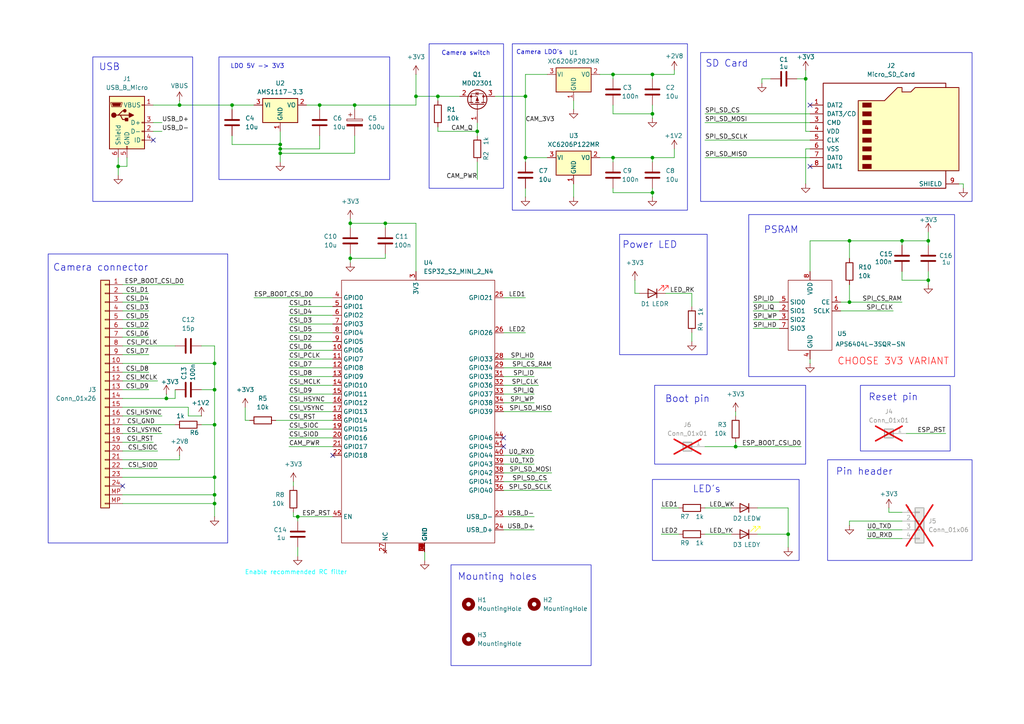
<source format=kicad_sch>
(kicad_sch (version 20231120) (generator "eeschema") (generator_version "8.0")
  (paper "A4")
  (junction (at 62.23 143.51))
  (junction (at 213.36 129.54))
  (junction (at 228.6 154.94))
  (junction (at 269.24 69.85))
  (junction (at 101.6 74.93))
  (junction (at 48.26 115.57))
  (junction (at 62.23 146.05))
  (junction (at 261.62 69.85))
  (junction (at 189.23 33.02))
  (junction (at 120.65 27.94))
  (junction (at 62.23 113.03))
  (junction (at 92.71 30.48))
  (junction (at 152.4 45.72))
  (junction (at 189.23 21.59))
  (junction (at 34.29 48.26))
  (junction (at 111.76 64.77))
  (junction (at 177.8 21.59))
  (junction (at 189.23 55.88))
  (junction (at 86.36 149.86))
  (junction (at 81.28 41.91))
  (junction (at 138.43 38.1))
  (junction (at 269.24 81.28))
  (junction (at 152.4 27.94))
  (junction (at 101.6 64.77))
  (junction (at 127 27.94))
  (junction (at 81.28 43.18))
  (junction (at 62.23 138.43))
  (junction (at 246.38 69.85))
  (junction (at 189.23 45.72))
  (junction (at 81.28 44.45))
  (junction (at 52.07 30.48))
  (junction (at 246.38 87.63))
  (junction (at 62.23 123.19))
  (junction (at 67.31 30.48))
  (junction (at 102.87 30.48))
  (junction (at 233.68 22.86))
  (junction (at 62.23 105.41))
  (junction (at 177.8 45.72))
  (no_connect (at 35.56 140.97))
  (no_connect (at 44.45 40.64))
  (no_connect (at 234.95 30.48))
  (no_connect (at 234.95 48.26))
  (no_connect (at 146.05 129.54))
  (no_connect (at 96.52 132.08))
  (no_connect (at 146.05 127))
  (wire (pts (xy 85.09 139.7) (xy 85.09 140.97)))
  (wire (pts (xy 101.6 64.77) (xy 101.6 66.04)))
  (wire (pts (xy 62.23 100.33) (xy 62.23 105.41)))
  (wire (pts (xy 83.82 91.44) (xy 96.52 91.44)))
  (wire (pts (xy 35.56 135.89) (xy 45.72 135.89)))
  (wire (pts (xy 246.38 87.63) (xy 261.62 87.63)))
  (wire (pts (xy 234.95 104.14) (xy 234.95 105.41)))
  (wire (pts (xy 48.26 115.57) (xy 50.8 115.57)))
  (wire (pts (xy 191.77 147.32) (xy 196.85 147.32)))
  (wire (pts (xy 166.37 29.21) (xy 166.37 31.75)))
  (wire (pts (xy 127 38.1) (xy 138.43 38.1)))
  (wire (pts (xy 146.05 139.7) (xy 158.75 139.7)))
  (wire (pts (xy 101.6 74.93) (xy 101.6 76.2)))
  (wire (pts (xy 146.05 149.86) (xy 154.94 149.86)))
  (wire (pts (xy 35.56 85.09) (xy 43.18 85.09)))
  (wire (pts (xy 233.68 43.18) (xy 233.68 53.34)))
  (wire (pts (xy 200.66 85.09) (xy 200.66 88.9)))
  (wire (pts (xy 83.82 119.38) (xy 96.52 119.38)))
  (wire (pts (xy 220.98 22.86) (xy 220.98 24.13)))
  (wire (pts (xy 173.99 21.59) (xy 177.8 21.59)))
  (wire (pts (xy 152.4 21.59) (xy 152.4 27.94)))
  (wire (pts (xy 58.42 100.33) (xy 62.23 100.33)))
  (wire (pts (xy 146.05 86.36) (xy 152.4 86.36)))
  (wire (pts (xy 62.23 146.05) (xy 62.23 149.86)))
  (wire (pts (xy 189.23 21.59) (xy 189.23 22.86)))
  (wire (pts (xy 261.62 81.28) (xy 269.24 81.28)))
  (wire (pts (xy 81.28 43.18) (xy 81.28 44.45)))
  (wire (pts (xy 36.83 48.26) (xy 34.29 48.26)))
  (wire (pts (xy 102.87 39.37) (xy 102.87 44.45)))
  (wire (pts (xy 204.47 129.54) (xy 213.36 129.54)))
  (wire (pts (xy 195.58 20.32) (xy 195.58 21.59)))
  (wire (pts (xy 83.82 93.98) (xy 96.52 93.98)))
  (wire (pts (xy 146.05 106.68) (xy 160.02 106.68)))
  (wire (pts (xy 234.95 78.74) (xy 234.95 69.85)))
  (wire (pts (xy 120.65 78.74) (xy 120.65 64.77)))
  (wire (pts (xy 261.62 148.59) (xy 257.81 148.59)))
  (wire (pts (xy 233.68 43.18) (xy 234.95 43.18)))
  (wire (pts (xy 72.39 121.92) (xy 71.12 121.92)))
  (wire (pts (xy 83.82 114.3) (xy 96.52 114.3)))
  (wire (pts (xy 35.56 120.65) (xy 46.99 120.65)))
  (wire (pts (xy 92.71 39.37) (xy 92.71 43.18)))
  (wire (pts (xy 189.23 55.88) (xy 177.8 55.88)))
  (wire (pts (xy 35.56 110.49) (xy 45.72 110.49)))
  (wire (pts (xy 177.8 46.99) (xy 177.8 45.72)))
  (wire (pts (xy 35.56 87.63) (xy 43.18 87.63)))
  (wire (pts (xy 200.66 96.52) (xy 200.66 99.06)))
  (wire (pts (xy 62.23 123.19) (xy 62.23 138.43)))
  (wire (pts (xy 213.36 129.54) (xy 232.41 129.54)))
  (wire (pts (xy 146.05 132.08) (xy 154.94 132.08)))
  (wire (pts (xy 146.05 116.84) (xy 154.94 116.84)))
  (wire (pts (xy 269.24 71.12) (xy 269.24 69.85)))
  (wire (pts (xy 262.89 125.73) (xy 274.32 125.73)))
  (wire (pts (xy 102.87 30.48) (xy 120.65 30.48)))
  (wire (pts (xy 80.01 121.92) (xy 96.52 121.92)))
  (wire (pts (xy 62.23 138.43) (xy 62.23 143.51)))
  (wire (pts (xy 152.4 21.59) (xy 158.75 21.59)))
  (wire (pts (xy 83.82 127) (xy 96.52 127)))
  (wire (pts (xy 177.8 33.02) (xy 189.23 33.02)))
  (wire (pts (xy 73.66 86.36) (xy 96.52 86.36)))
  (wire (pts (xy 127 27.94) (xy 133.35 27.94)))
  (wire (pts (xy 35.56 95.25) (xy 43.18 95.25)))
  (wire (pts (xy 219.71 147.32) (xy 228.6 147.32)))
  (wire (pts (xy 35.56 92.71) (xy 43.18 92.71)))
  (wire (pts (xy 35.56 123.19) (xy 50.8 123.19)))
  (wire (pts (xy 234.95 69.85) (xy 246.38 69.85)))
  (wire (pts (xy 58.42 123.19) (xy 62.23 123.19)))
  (wire (pts (xy 35.56 115.57) (xy 48.26 115.57)))
  (wire (pts (xy 34.29 48.26) (xy 34.29 50.8)))
  (wire (pts (xy 189.23 45.72) (xy 189.23 46.99)))
  (wire (pts (xy 146.05 142.24) (xy 160.02 142.24)))
  (wire (pts (xy 279.4 53.34) (xy 279.4 54.61)))
  (wire (pts (xy 111.76 64.77) (xy 120.65 64.77)))
  (wire (pts (xy 146.05 134.62) (xy 154.94 134.62)))
  (wire (pts (xy 191.77 154.94) (xy 196.85 154.94)))
  (wire (pts (xy 146.05 96.52) (xy 152.4 96.52)))
  (wire (pts (xy 36.83 45.72) (xy 36.83 48.26)))
  (wire (pts (xy 127 27.94) (xy 127 29.21)))
  (wire (pts (xy 44.45 30.48) (xy 52.07 30.48)))
  (wire (pts (xy 83.82 109.22) (xy 96.52 109.22)))
  (wire (pts (xy 71.12 121.92) (xy 71.12 118.11)))
  (wire (pts (xy 44.45 38.1) (xy 46.99 38.1)))
  (wire (pts (xy 111.76 74.93) (xy 101.6 74.93)))
  (wire (pts (xy 83.82 96.52) (xy 96.52 96.52)))
  (wire (pts (xy 52.07 133.35) (xy 52.07 132.08)))
  (wire (pts (xy 35.56 97.79) (xy 43.18 97.79)))
  (wire (pts (xy 92.71 30.48) (xy 92.71 31.75)))
  (wire (pts (xy 177.8 54.61) (xy 177.8 55.88)))
  (wire (pts (xy 251.46 156.21) (xy 261.62 156.21)))
  (wire (pts (xy 62.23 143.51) (xy 62.23 146.05)))
  (wire (pts (xy 52.07 29.21) (xy 52.07 30.48)))
  (wire (pts (xy 177.8 21.59) (xy 189.23 21.59)))
  (wire (pts (xy 48.26 114.3) (xy 48.26 115.57)))
  (wire (pts (xy 231.14 22.86) (xy 233.68 22.86)))
  (wire (pts (xy 177.8 22.86) (xy 177.8 21.59)))
  (wire (pts (xy 269.24 81.28) (xy 269.24 82.55)))
  (wire (pts (xy 146.05 109.22) (xy 154.94 109.22)))
  (wire (pts (xy 204.47 40.64) (xy 234.95 40.64)))
  (wire (pts (xy 246.38 69.85) (xy 261.62 69.85)))
  (wire (pts (xy 35.56 105.41) (xy 62.23 105.41)))
  (wire (pts (xy 246.38 82.55) (xy 246.38 87.63)))
  (wire (pts (xy 146.05 153.67) (xy 154.94 153.67)))
  (wire (pts (xy 189.23 54.61) (xy 189.23 55.88)))
  (wire (pts (xy 111.76 73.66) (xy 111.76 74.93)))
  (wire (pts (xy 83.82 111.76) (xy 96.52 111.76)))
  (wire (pts (xy 204.47 147.32) (xy 212.09 147.32)))
  (wire (pts (xy 83.82 124.46) (xy 96.52 124.46)))
  (wire (pts (xy 184.15 81.28) (xy 184.15 85.09)))
  (wire (pts (xy 50.8 115.57) (xy 50.8 113.03)))
  (wire (pts (xy 189.23 21.59) (xy 195.58 21.59)))
  (wire (pts (xy 146.05 114.3) (xy 154.94 114.3)))
  (wire (pts (xy 67.31 39.37) (xy 67.31 41.91)))
  (wire (pts (xy 58.42 113.03) (xy 62.23 113.03)))
  (wire (pts (xy 35.56 107.95) (xy 43.18 107.95)))
  (wire (pts (xy 204.47 35.56) (xy 234.95 35.56)))
  (wire (pts (xy 204.47 45.72) (xy 234.95 45.72)))
  (wire (pts (xy 35.56 138.43) (xy 62.23 138.43)))
  (wire (pts (xy 81.28 38.1) (xy 81.28 41.91)))
  (wire (pts (xy 177.8 30.48) (xy 177.8 33.02)))
  (wire (pts (xy 261.62 151.13) (xy 246.38 151.13)))
  (wire (pts (xy 92.71 43.18) (xy 81.28 43.18)))
  (wire (pts (xy 173.99 45.72) (xy 177.8 45.72)))
  (wire (pts (xy 189.23 45.72) (xy 195.58 45.72)))
  (wire (pts (xy 101.6 73.66) (xy 101.6 74.93)))
  (wire (pts (xy 35.56 90.17) (xy 43.18 90.17)))
  (wire (pts (xy 85.09 148.59) (xy 85.09 149.86)))
  (wire (pts (xy 120.65 27.94) (xy 120.65 30.48)))
  (wire (pts (xy 92.71 30.48) (xy 102.87 30.48)))
  (wire (pts (xy 86.36 149.86) (xy 86.36 151.13)))
  (wire (pts (xy 218.44 87.63) (xy 226.06 87.63)))
  (wire (pts (xy 218.44 90.17) (xy 226.06 90.17)))
  (wire (pts (xy 213.36 128.27) (xy 213.36 129.54)))
  (wire (pts (xy 81.28 41.91) (xy 81.28 43.18)))
  (wire (pts (xy 120.65 27.94) (xy 127 27.94)))
  (wire (pts (xy 177.8 45.72) (xy 189.23 45.72)))
  (wire (pts (xy 146.05 137.16) (xy 160.02 137.16)))
  (wire (pts (xy 233.68 22.86) (xy 233.68 38.1)))
  (wire (pts (xy 152.4 54.61) (xy 152.4 57.15)))
  (wire (pts (xy 138.43 35.56) (xy 138.43 38.1)))
  (wire (pts (xy 111.76 64.77) (xy 101.6 64.77)))
  (wire (pts (xy 44.45 35.56) (xy 46.99 35.56)))
  (wire (pts (xy 220.98 22.86) (xy 223.52 22.86)))
  (wire (pts (xy 278.13 53.34) (xy 279.4 53.34)))
  (wire (pts (xy 233.68 20.32) (xy 233.68 22.86)))
  (wire (pts (xy 204.47 33.02) (xy 234.95 33.02)))
  (wire (pts (xy 127 36.83) (xy 127 38.1)))
  (wire (pts (xy 35.56 146.05) (xy 62.23 146.05)))
  (wire (pts (xy 102.87 30.48) (xy 102.87 31.75)))
  (wire (pts (xy 85.09 149.86) (xy 86.36 149.86)))
  (wire (pts (xy 184.15 85.09) (xy 185.42 85.09)))
  (wire (pts (xy 243.84 87.63) (xy 246.38 87.63)))
  (wire (pts (xy 52.07 30.48) (xy 67.31 30.48)))
  (wire (pts (xy 101.6 63.5) (xy 101.6 64.77)))
  (wire (pts (xy 35.56 82.55) (xy 53.34 82.55)))
  (wire (pts (xy 86.36 158.75) (xy 86.36 161.29)))
  (wire (pts (xy 83.82 106.68) (xy 96.52 106.68)))
  (wire (pts (xy 35.56 143.51) (xy 62.23 143.51)))
  (wire (pts (xy 243.84 90.17) (xy 259.08 90.17)))
  (wire (pts (xy 257.81 148.59) (xy 257.81 147.32)))
  (wire (pts (xy 83.82 104.14) (xy 96.52 104.14)))
  (wire (pts (xy 189.23 33.02) (xy 189.23 34.29)))
  (wire (pts (xy 88.9 30.48) (xy 92.71 30.48)))
  (wire (pts (xy 166.37 53.34) (xy 166.37 57.15)))
  (wire (pts (xy 158.75 45.72) (xy 152.4 45.72)))
  (wire (pts (xy 67.31 30.48) (xy 67.31 31.75)))
  (wire (pts (xy 152.4 45.72) (xy 152.4 27.94)))
  (wire (pts (xy 193.04 85.09) (xy 200.66 85.09)))
  (wire (pts (xy 83.82 99.06) (xy 96.52 99.06)))
  (wire (pts (xy 152.4 46.99) (xy 152.4 45.72)))
  (wire (pts (xy 269.24 78.74) (xy 269.24 81.28)))
  (wire (pts (xy 138.43 46.99) (xy 138.43 52.07)))
  (wire (pts (xy 195.58 43.18) (xy 195.58 45.72)))
  (wire (pts (xy 146.05 104.14) (xy 154.94 104.14)))
  (wire (pts (xy 81.28 44.45) (xy 81.28 46.99)))
  (wire (pts (xy 219.71 154.94) (xy 228.6 154.94)))
  (wire (pts (xy 34.29 45.72) (xy 34.29 48.26)))
  (wire (pts (xy 35.56 113.03) (xy 43.18 113.03)))
  (wire (pts (xy 218.44 95.25) (xy 226.06 95.25)))
  (wire (pts (xy 35.56 133.35) (xy 52.07 133.35)))
  (wire (pts (xy 269.24 67.31) (xy 269.24 69.85)))
  (wire (pts (xy 83.82 116.84) (xy 96.52 116.84)))
  (wire (pts (xy 246.38 69.85) (xy 246.38 74.93)))
  (wire (pts (xy 54.61 118.11) (xy 54.61 120.65)))
  (wire (pts (xy 67.31 41.91) (xy 81.28 41.91)))
  (wire (pts (xy 251.46 153.67) (xy 261.62 153.67)))
  (wire (pts (xy 35.56 130.81) (xy 45.72 130.81)))
  (wire (pts (xy 228.6 154.94) (xy 228.6 158.75)))
  (wire (pts (xy 218.44 92.71) (xy 226.06 92.71)))
  (wire (pts (xy 246.38 151.13) (xy 246.38 152.4)))
  (wire (pts (xy 35.56 125.73) (xy 46.99 125.73)))
  (wire (pts (xy 35.56 128.27) (xy 44.45 128.27)))
  (wire (pts (xy 120.65 21.59) (xy 120.65 27.94)))
  (wire (pts (xy 83.82 101.6) (xy 96.52 101.6)))
  (wire (pts (xy 189.23 30.48) (xy 189.23 33.02)))
  (wire (pts (xy 35.56 118.11) (xy 54.61 118.11)))
  (wire (pts (xy 146.05 111.76) (xy 156.21 111.76)))
  (wire (pts (xy 233.68 38.1) (xy 234.95 38.1)))
  (wire (pts (xy 189.23 55.88) (xy 189.23 57.15)))
  (wire (pts (xy 213.36 119.38) (xy 213.36 120.65)))
  (wire (pts (xy 269.24 69.85) (xy 261.62 69.85)))
  (wire (pts (xy 261.62 78.74) (xy 261.62 81.28)))
  (wire (pts (xy 86.36 149.86) (xy 96.52 149.86)))
  (wire (pts (xy 123.19 160.02) (xy 123.19 162.56)))
  (wire (pts (xy 83.82 88.9) (xy 96.52 88.9)))
  (wire (pts (xy 35.56 102.87) (xy 43.18 102.87)))
  (wire (pts (xy 143.51 27.94) (xy 152.4 27.94)))
  (wire (pts (xy 54.61 120.65) (xy 58.42 120.65)))
  (wire (pts (xy 102.87 44.45) (xy 81.28 44.45)))
  (wire (pts (xy 146.05 119.38) (xy 160.02 119.38)))
  (wire (pts (xy 83.82 129.54) (xy 96.52 129.54)))
  (wire (pts (xy 35.56 100.33) (xy 50.8 100.33)))
  (wire (pts (xy 228.6 147.32) (xy 228.6 154.94)))
  (wire (pts (xy 111.76 66.04) (xy 111.76 64.77)))
  (wire (pts (xy 261.62 71.12) (xy 261.62 69.85)))
  (wire (pts (xy 62.23 105.41) (xy 62.23 113.03)))
  (wire (pts (xy 138.43 38.1) (xy 138.43 39.37)))
  (wire (pts (xy 204.47 154.94) (xy 212.09 154.94)))
  (wire (pts (xy 62.23 113.03) (xy 62.23 123.19)))
  (wire (pts (xy 67.31 30.48) (xy 73.66 30.48)))
  (rectangle (start 249.555 111.76) (end 275.59 130.81))
  (rectangle (start 13.97 73.66) (end 66.04 157.48))
  (rectangle (start 189.865 111.76) (end 233.68 134.62))
  (rectangle (start 203.2 15.24) (end 281.94 58.42))
  (rectangle (start 217.17 62.23) (end 276.86 109.22))
  (rectangle (start 240.03 133.35) (end 281.94 162.56))
  (rectangle (start 179.705 67.945) (end 205.105 102.87))
  (rectangle (start 130.81 163.83) (end 171.45 193.04))
  (rectangle (start 26.924 16.51) (end 55.88 58.42))
  (rectangle (start 148.59 12.7) (end 199.39 60.96))
  (rectangle (start 124.46 12.7) (end 146.05 54.61))
  (rectangle (start 189.23 139.065) (end 231.775 162.56))
  (rectangle (start 63.5 16.51) (end 113.03 52.07))
  (text "SD Card" (at 210.82 18.542 0) (effects (font (size 2 2))))
  (text "USB" (at 31.75 19.558 0) (effects (font (size 2 2))))
  (text "CHOOSE 3V3 VARIANT" (at 259.08 104.902 0) (effects (font (size 2 2))))
  (text "Reset pin" (at 259.08 115.316 0) (effects (font (size 2 2))))
  (text "Enable recommended RC filter" (at 85.852 166.116 0) (effects (font (size 1.27 1.27))))
  (text "PSRAM" (at 226.568 66.802 0) (effects (font (size 2 2))))
  (text "Camera switch" (at 135.128 15.494 0) (effects (font (size 1.27 1.27))))
  (text "Mounting holes" (at 144.272 167.386 0) (effects (font (size 2 2))))
  (text "Boot pin" (at 199.39 115.824 0) (effects (font (size 2 2))))
  (text "LED's" (at 204.978 141.986 0) (effects (font (size 2 2))))
  (text "Pin header" (at 250.698 136.906 0) (effects (font (size 2 2))))
  (text "LDO 5V -> 3V3" (at 74.676 19.304 0) (effects (font (size 1.27 1.27))))
  (text "Camera connector" (at 29.21 77.724 0) (effects (font (size 2 2))))
  (text "Power LED" (at 188.468 71.12 0) (effects (font (size 2 2))))
  (text "Camera LDO's" (at 156.464 15.24 0) (effects (font (size 1.27 1.27))))
  (label "CSI_SIOD" (at 83.82 127 0))
  (label "CSI_SIOC" (at 45.72 130.81 180))
  (label "SPI_CLK" (at 259.08 90.17 180))
  (label "ESP_BOOT_CSI_D0" (at 232.41 129.54 180))
  (label "CSI_D4" (at 43.18 87.63 180))
  (label "SPI_WP" (at 154.94 116.84 180))
  (label "ESP_BOOT_CSI_D0" (at 73.66 86.36 0))
  (label "CAM_PWR" (at 138.43 52.07 180))
  (label "CAM_3V3" (at 152.4 35.56 0))
  (label "CSI_D6" (at 43.18 97.79 180))
  (label "CAM_PWR" (at 83.82 129.54 0))
  (label "USB_D+" (at 154.94 153.67 180))
  (label "CSI_D8" (at 43.18 107.95 180))
  (label "ESP_BOOT_CSI_D0" (at 53.34 82.55 180))
  (label "LED_YK" (at 205.74 154.94 0))
  (label "CSI_PCLK" (at 83.82 104.14 0))
  (label "CSI_D2" (at 43.18 95.25 180))
  (label "CSI_RST" (at 83.82 121.92 0))
  (label "CSI_GND" (at 36.83 123.19 0))
  (label "SPI_SD_MOSI" (at 160.02 137.16 180))
  (label "CSI_MCLK" (at 83.82 111.76 0))
  (label "USB_D-" (at 46.99 38.1 0))
  (label "CSI_D8" (at 83.82 109.22 0))
  (label "SPI_IQ" (at 218.44 90.17 0))
  (label "CSI_D9" (at 83.82 114.3 0))
  (label "SPI_SD_MISO" (at 204.47 45.72 0))
  (label "SPI_WP" (at 218.44 92.71 0))
  (label "CSI_HSYNC" (at 83.82 116.84 0))
  (label "LED1" (at 152.4 86.36 180))
  (label "U0_TXD" (at 251.46 153.67 0))
  (label "CSI_D3" (at 43.18 90.17 180))
  (label "CSI_SIOD" (at 45.72 135.89 180))
  (label "CSI_D7" (at 83.82 106.68 0))
  (label "SPI_SD_SCLK" (at 160.02 142.24 180))
  (label "CSI_HSYNC" (at 46.99 120.65 180))
  (label "SPI_SD_MOSI" (at 204.47 35.56 0))
  (label "CSI_VSYNC" (at 46.99 125.73 180))
  (label "LED_RK" (at 194.31 85.09 0))
  (label "LED2" (at 152.4 96.52 180))
  (label "CSI_D5" (at 43.18 92.71 180))
  (label "SPI_IQ" (at 154.94 114.3 180))
  (label "USB_D-" (at 154.94 149.86 180))
  (label "SPI_CS_RAM" (at 261.62 87.63 180))
  (label "LED_WK" (at 205.74 147.32 0))
  (label "ESP_RST" (at 87.63 149.86 0))
  (label "SPI_SD_CS" (at 158.75 139.7 180))
  (label "ESP_RST" (at 274.32 125.73 180))
  (label "SPI_CS_RAM" (at 160.02 106.68 180))
  (label "CSI_RST" (at 44.45 128.27 180))
  (label "CAM_Q" (at 137.16 38.1 180))
  (label "CSI_SIOC" (at 83.82 124.46 0))
  (label "CSI_D2" (at 83.82 99.06 0))
  (label "CSI_MCLK" (at 45.72 110.49 180))
  (label "CSI_D6" (at 83.82 101.6 0))
  (label "LED2" (at 191.77 154.94 0))
  (label "CSI_D3" (at 83.82 93.98 0))
  (label "SPI_ID" (at 218.44 87.63 0))
  (label "CSI_PCLK" (at 45.72 100.33 180))
  (label "SPI_SD_MISO" (at 160.02 119.38 180))
  (label "SPI_CLK" (at 156.21 111.76 180))
  (label "CSI_D5" (at 83.82 96.52 0))
  (label "SPI_ID" (at 154.94 109.22 180))
  (label "CSI_D1" (at 83.82 88.9 0))
  (label "SPI_SD_SCLK" (at 204.47 40.64 0))
  (label "CSI_D9" (at 43.18 113.03 180))
  (label "CSI_D4" (at 83.82 91.44 0))
  (label "SPI_SD_CS" (at 204.47 33.02 0))
  (label "U0_RXD" (at 154.94 132.08 180))
  (label "U0_RXD" (at 251.46 156.21 0))
  (label "SPI_HD" (at 154.94 104.14 180))
  (label "CSI_D7" (at 43.18 102.87 180))
  (label "CSI_D1" (at 43.18 85.09 180))
  (label "USB_D+" (at 46.99 35.56 0))
  (label "SPI_HD" (at 218.44 95.25 0))
  (label "CSI_VSYNC" (at 83.82 119.38 0))
  (label "U0_TXD" (at 154.94 134.62 180))
  (label "LED1" (at 191.77 147.32 0))
  (symbol (lib_id "power:+3V3") (at 101.6 63.5 0) (unit 1)
    (property "Reference" "#PWR016" (effects (hide yes)))
    (property "Value" "+3V3" (at 101.6 58.42 0))
    (property "Description" "Power symbol creates a global label with name \"+3V3\"" (effects (hide yes)))
  )
  (symbol (lib_id "Mechanical:MountingHole") (at 154.94 175.26 0) (unit 1) (exclude_from_sim yes) (in_bom no)
    (property "Reference" "H2" (at 157.48 173.9899 0) (effects (justify left)))
    (property "Value" "MountingHole" (at 157.48 176.5299 0) (effects (justify left)))
    (property "Footprint" "MountingHole:MountingHole_2.2mm_M2_ISO7380" (effects (hide yes)))
    (property "Datasheet" "X" (effects (hide yes)))
    (property "Description" "Mounting Hole without connection" (effects (hide yes)))
    (property "LCSC Part #" "X" (effects (hide yes)))
  )
  (symbol (lib_id "power:GND") (at 233.68 53.34 0) (unit 1)
    (property "Reference" "#PWR011" (effects (hide yes)))
    (property "Value" "GND" (effects (hide yes)))
    (property "Description" "Power symbol creates a global label with name \"GND\" , ground" (effects (hide yes)))
  )
  (symbol (lib_id "Device:C") (at 54.61 113.03 270) (unit 1)
    (property "Reference" "C13" (at 53.34 110.236 0) (effects (justify right)))
    (property "Value" "100n" (at 55.88 110.49 0) (effects (justify right)))
    (property "Footprint" "Capacitor_SMD:C_0402_1005Metric" (effects (hide yes)))
    (property "Datasheet" "https://wmsc.lcsc.com/wmsc/upload/file/pdf/v2/lcsc/2304140030_Samsung-Electro-Mechanics-CL05B104KB54PNC_C307331.pdf" (effects (hide yes)))
    (property "LCSC Part #" "C307331" (effects (hide yes)))
  )
  (symbol (lib_id "Connector_Generic:Conn_01x26") (at 30.48 113.03 0) (mirror y) (unit 1)
    (property "Reference" "J3" (at 27.94 113.0299 0) (effects (justify left)))
    (property "Value" "Conn_01x26" (at 27.94 115.5699 0) (effects (justify left)))
    (property "Footprint" "ESPCameleon:AFC01_S24FCA_00" (effects (hide yes)))
    (property "Datasheet" "https://www.lcsc.com/datasheet/lcsc_datasheet_2304140030_JUSHUO-AFC01-S24FCA-00_C262669.pdf" (effects (hide yes)))
    (property "Description" "Generic connector, single row, 01x26, script generated (kicad-library-utils/schlib/autogen/connector/)" (effects (hide yes)))
    (property "LCSC Part #" "C262669" (effects (hide yes)))
  )
  (symbol (lib_id "Device:R") (at 200.66 154.94 270) (unit 1)
    (property "Reference" "R9" (at 198.628 157.48 90))
    (property "Value" "1k" (at 202.946 157.48 90))
    (property "Footprint" "Resistor_SMD:R_0402_1005Metric" (effects (hide yes)))
    (property "Datasheet" "https://wmsc.lcsc.com/wmsc/upload/file/pdf/v2/lcsc/2206010216_UNI-ROYAL-Uniroyal-Elec-0402WGF1001TCE_C11702.pdf" (effects (hide yes)))
    (property "Description" "Resistor" (effects (hide yes)))
    (property "LCSC Part #" "C11702" (effects (hide yes)))
  )
  (symbol (lib_id "Transistor_FET:BSS83P") (at 138.43 30.48 270) (mirror x) (unit 1)
    (property "Reference" "Q1" (at 138.43 21.59 90))
    (property "Value" "MDD2301" (at 138.43 24.13 90))
    (property "Footprint" "Package_TO_SOT_SMD:SOT-23" (effects (hide yes)))
    (property "Datasheet" "https://www.lcsc.com/datasheet/lcsc_datasheet_2407101108_MDD-Microdiode-Semiconductor-MDD2301_C427391.pdf" (effects (hide yes)))
    (property "Description" "-0.33A Id, -60V Vds, P-Channel MOSFET, SOT-23" (effects (hide yes)))
    (property "LCSC Part #" "C427391" (effects (hide yes)))
  )
  (symbol (lib_id "power:GND") (at 234.95 105.41 0) (unit 1)
    (property "Reference" "#PWR021" (effects (hide yes)))
    (property "Value" "GND" (effects (hide yes)))
    (property "Description" "Power symbol creates a global label with name \"GND\" , ground" (effects (hide yes)))
  )
  (symbol (lib_id "power:GND") (at 220.98 24.13 0) (unit 1)
    (property "Reference" "#PWR04" (effects (hide yes)))
    (property "Value" "GND" (effects (hide yes)))
    (property "Description" "Power symbol creates a global label with name \"GND\" , ground" (effects (hide yes)))
  )
  (symbol (lib_id "Device:C") (at 227.33 22.86 90) (unit 1)
    (property "Reference" "C1" (at 227.33 17.272 90))
    (property "Value" "1u" (at 227.33 19.304 90))
    (property "Footprint" "Capacitor_SMD:C_0603_1608Metric" (effects (hide yes)))
    (property "Datasheet" "https://wmsc.lcsc.com/wmsc/upload/file/pdf/v2/lcsc/2304140030_Samsung-Electro-Mechanics-CL10A105KB8NNNC_C15849.pdf" (effects (hide yes)))
    (property "LCSC Part #" "C15849" (effects (hide yes)))
  )
  (symbol (lib_id "Connector_Generic:Conn_01x04") (at 266.7 151.13 0) (unit 1) (in_bom no) (dnp yes)
    (property "Reference" "J5" (at 269.24 151.1299 0) (effects (justify left)))
    (property "Value" "Conn_01x06" (at 269.24 153.6699 0) (effects (justify left)))
    (property "Footprint" "Connector_PinHeader_2.54mm:PinHeader_1x04_P2.54mm_Vertical" (effects (hide yes)))
    (property "Description" "Generic connector, single row, 01x04, script generated (kicad-library-utils/schlib/autogen/connector/)" (effects (hide yes)))
    (property "LCSC Part #" "C6332199" (effects (hide yes)))
  )
  (symbol (lib_id "Mechanical:MountingHole") (at 135.89 185.42 0) (unit 1) (exclude_from_sim yes) (in_bom no)
    (property "Reference" "H3" (at 138.43 184.1499 0) (effects (justify left)))
    (property "Value" "MountingHole" (at 138.43 186.6899 0) (effects (justify left)))
    (property "Footprint" "MountingHole:MountingHole_2.2mm_M2_ISO7380" (effects (hide yes)))
    (property "Datasheet" "X" (effects (hide yes)))
    (property "Description" "Mounting Hole without connection" (effects (hide yes)))
    (property "LCSC Part #" "X" (effects (hide yes)))
  )
  (symbol (lib_id "Device:C") (at 189.23 50.8 0) (unit 1)
    (property "Reference" "C8" (at 193.04 49.53 0) (effects (justify left)))
    (property "Value" "10u" (at 193.04 52.07 0) (effects (justify left)))
    (property "Footprint" "Capacitor_SMD:C_0402_1005Metric" (effects (hide yes)))
    (property "Datasheet" "https://www.lcsc.com/datasheet/lcsc_datasheet_2208231630_Samsung-Electro-Mechanics-CL05A106MQ5NUNC_C15525.pdf" (effects (hide yes)))
    (property "LCSC Part #" "C15525" (effects (hide yes)))
  )
  (symbol (lib_id "Device:C") (at 86.36 154.94 0) (mirror y) (unit 1)
    (property "Reference" "C14" (at 81.28 153.67 0))
    (property "Value" "1u" (at 81.534 155.956 0))
    (property "Footprint" "Capacitor_SMD:C_0603_1608Metric" (effects (hide yes)))
    (property "Datasheet" "https://wmsc.lcsc.com/wmsc/upload/file/pdf/v2/lcsc/2304140030_Samsung-Electro-Mechanics-CL10A105KB8NNNC_C15849.pdf" (effects (hide yes)))
    (property "LCSC Part #" "C15849" (effects (hide yes)))
  )
  (symbol (lib_id "power:+2V8") (at 52.07 132.08 0) (unit 1)
    (property "Reference" "#PWR027" (effects (hide yes)))
    (property "Value" "+2V8" (at 52.07 128.016 0))
    (property "Description" "Power symbol creates a global label with name \"+2V8\"" (effects (hide yes)))
  )
  (symbol (lib_id "power:GND") (at 86.36 161.29 0) (unit 1)
    (property "Reference" "#PWR033" (effects (hide yes)))
    (property "Value" "GND" (effects (hide yes)))
    (property "Description" "Power symbol creates a global label with name \"GND\" , ground" (effects (hide yes)))
  )
  (symbol (lib_id "power:+3V3") (at 120.65 21.59 0) (unit 1)
    (property "Reference" "#PWR03" (effects (hide yes)))
    (property "Value" "+3V3" (at 120.65 16.51 0))
    (property "Description" "Power symbol creates a global label with name \"+3V3\"" (effects (hide yes)))
  )
  (symbol (lib_id "Device:R") (at 76.2 121.92 270) (unit 1)
    (property "Reference" "R5" (at 76.2 115.57 90))
    (property "Value" "10k" (at 76.2 118.11 90))
    (property "Footprint" "Resistor_SMD:R_0402_1005Metric" (effects (hide yes)))
    (property "Datasheet" "https://www.lcsc.com/datasheet/lcsc_datasheet_2206010100_UNI-ROYAL-Uniroyal-Elec-0402WGF1002TCE_C25744.pdf" (effects (hide yes)))
    (property "Description" "Resistor" (effects (hide yes)))
    (property "LCSC Part #" "C25744" (effects (hide yes)))
  )
  (symbol (lib_id "power:GND") (at 152.4 57.15 0) (unit 1)
    (property "Reference" "#PWR013" (effects (hide yes)))
    (property "Value" "GND" (effects (hide yes)))
    (property "Description" "Power symbol creates a global label with name \"GND\" , ground" (effects (hide yes)))
  )
  (symbol (lib_id "power:GND") (at 246.38 152.4 0) (unit 1)
    (property "Reference" "#PWR030" (effects (hide yes)))
    (property "Value" "GND" (effects (hide yes)))
    (property "Description" "Power symbol creates a global label with name \"GND\" , ground" (effects (hide yes)))
  )
  (symbol (lib_id "Device:C") (at 261.62 74.93 180) (unit 1)
    (property "Reference" "C15" (at 255.016 73.66 0) (effects (justify right)))
    (property "Value" "100n" (at 253.746 75.946 0) (effects (justify right)))
    (property "Footprint" "Capacitor_SMD:C_0402_1005Metric" (effects (hide yes)))
    (property "Datasheet" "https://wmsc.lcsc.com/wmsc/upload/file/pdf/v2/lcsc/2304140030_Samsung-Electro-Mechanics-CL05B104KB54PNC_C307331.pdf" (effects (hide yes)))
    (property "LCSC Part #" "C307331" (effects (hide yes)))
  )
  (symbol (lib_id "power:GND") (at 189.23 57.15 0) (unit 1)
    (property "Reference" "#PWR015" (effects (hide yes)))
    (property "Value" "GND" (effects (hide yes)))
    (property "Description" "Power symbol creates a global label with name \"GND\" , ground" (effects (hide yes)))
  )
  (symbol (lib_id "Device:C") (at 177.8 26.67 180) (unit 1)
    (property "Reference" "C3" (at 180.594 25.4 0) (effects (justify right)))
    (property "Value" "100n" (at 180.34 27.94 0) (effects (justify right)))
    (property "Footprint" "Capacitor_SMD:C_0402_1005Metric" (effects (hide yes)))
    (property "Datasheet" "https://wmsc.lcsc.com/wmsc/upload/file/pdf/v2/lcsc/2304140030_Samsung-Electro-Mechanics-CL05B104KB54PNC_C307331.pdf" (effects (hide yes)))
    (property "LCSC Part #" "C307331" (effects (hide yes)))
  )
  (symbol (lib_id "Device:R") (at 54.61 123.19 90) (unit 1)
    (property "Reference" "R6" (at 56.388 125.476 90))
    (property "Value" "1k" (at 52.324 120.65 90))
    (property "Footprint" "Resistor_SMD:R_0402_1005Metric" (effects (hide yes)))
    (property "Datasheet" "https://wmsc.lcsc.com/wmsc/upload/file/pdf/v2/lcsc/2206010216_UNI-ROYAL-Uniroyal-Elec-0402WGF1001TCE_C11702.pdf" (effects (hide yes)))
    (property "Description" "Resistor" (effects (hide yes)))
    (property "LCSC Part #" "C11702" (effects (hide yes)))
  )
  (symbol (lib_id "power:+3V3") (at 213.36 119.38 0) (unit 1)
    (property "Reference" "#PWR019" (effects (hide yes)))
    (property "Value" "+3V3" (at 213.36 114.3 0))
    (property "Description" "Power symbol creates a global label with name \"+3V3\"" (effects (hide yes)))
  )
  (symbol (lib_id "Device:LED") (at 215.9 154.94 180) (unit 1)
    (property "Reference" "D3" (at 213.868 157.988 0))
    (property "Value" "LEDY" (at 218.186 157.988 0))
    (property "Footprint" "LED_SMD:LED_0603_1608Metric" (effects (hide yes)))
    (property "Datasheet" "https://www.lcsc.com/datasheet/lcsc_datasheet_1810101813_Everlight-Elec-19-213-Y2C-CQ2R2L-3T-CY_C72038.pdf" (effects (hide yes)))
    (property "Description" "Light emitting diode" (effects (hide yes)))
    (property "LCSC Part #" "C72038" (effects (hide yes)))
  )
  (symbol (lib_id "power:GND") (at 62.23 149.86 0) (unit 1)
    (property "Reference" "#PWR031" (effects (hide yes)))
    (property "Value" "GND" (effects (hide yes)))
    (property "Description" "Power symbol creates a global label with name \"GND\" , ground" (effects (hide yes)))
  )
  (symbol (lib_id "Device:R") (at 213.36 124.46 0) (mirror y) (unit 1)
    (property "Reference" "R3" (at 210.82 123.1899 0) (effects (justify left)))
    (property "Value" "10k" (at 210.82 125.7299 0) (effects (justify left)))
    (property "Footprint" "Resistor_SMD:R_0402_1005Metric" (effects (hide yes)))
    (property "Datasheet" "https://www.lcsc.com/datasheet/lcsc_datasheet_2206010100_UNI-ROYAL-Uniroyal-Elec-0402WGF1002TCE_C25744.pdf" (effects (hide yes)))
    (property "Description" "Resistor" (effects (hide yes)))
    (property "LCSC Part #" "C25744" (effects (hide yes)))
  )
  (symbol (lib_id "power:GND") (at 166.37 57.15 0) (unit 1)
    (property "Reference" "#PWR014" (effects (hide yes)))
    (property "Value" "GND" (effects (hide yes)))
    (property "Description" "Power symbol creates a global label with name \"GND\" , ground" (effects (hide yes)))
  )
  (symbol (lib_id "Connector:Micro_SD_Card") (at 257.81 38.1 0) (unit 1)
    (property "Reference" "J2" (at 258.445 19.05 0))
    (property "Value" "Micro_SD_Card" (at 258.445 21.59 0))
    (property "Footprint" "ESPCameleon:GCT_MEM2075-00-140-01-A" (effects (hide yes)))
    (property "Datasheet" "https://wmsc.lcsc.com/wmsc/upload/file/pdf/v2/lcsc/1912111437_SHOU-HAN-TF-PUSH_C393941.pdf" (effects (hide yes)))
    (property "Description" "Micro SD Card Socket" (effects (hide yes)))
    (property "LCSC Part #" "C393941" (effects (hide yes)))
  )
  (symbol (lib_id "Connector_Generic:Conn_01x01") (at 257.81 125.73 180) (unit 1) (in_bom no) (dnp yes)
    (property "Reference" "J4" (at 257.81 119.38 0))
    (property "Value" "Conn_01x01" (at 257.81 121.92 0))
    (property "Footprint" "Connector_PinHeader_1.00mm:PinHeader_1x01_P1.00mm_Vertical" (effects (hide yes)))
    (property "Description" "Generic connector, single row, 01x01, script generated (kicad-library-utils/schlib/autogen/connector/)" (effects (hide yes)))
  )
  (symbol (lib_id "Device:C") (at 269.24 74.93 180) (unit 1)
    (property "Reference" "C16" (at 274.32 74.168 0))
    (property "Value" "1u" (at 274.447 76.073 0))
    (property "Footprint" "Capacitor_SMD:C_0603_1608Metric" (effects (hide yes)))
    (property "Datasheet" "https://wmsc.lcsc.com/wmsc/upload/file/pdf/v2/lcsc/2304140030_Samsung-Electro-Mechanics-CL10A105KB8NNNC_C15849.pdf" (effects (hide yes)))
    (property "LCSC Part #" "C15849" (effects (hide yes)))
  )
  (symbol (lib_id "ESPCameleon:APS6404L-3SQR-SN") (at 215.9 91.44 0) (unit 1)
    (property "Reference" "U5" (at 242.824 96.774 0) (effects (justify left)))
    (property "Value" "APS6404L-3SQR-SN" (at 242.316 99.822 0) (effects (justify left)))
    (property "Footprint" "Package_SO:SOP-8_3.9x4.9mm_P1.27mm" (effects (hide yes)))
    (property "Datasheet" "https://www.mouser.fr/datasheet/2/1127/APM_PSRAM_QSPI_APS6404L_3SQR_v2_3_PKG-1954826.pdf" (effects (hide yes)))
    (property "LCSC Part #" "C5333729" (effects (hide yes)))
  )
  (symbol (lib_id "ESPCameleon:ESP32-S2-MINI-2-N4") (at 120.65 76.2 0) (unit 1)
    (property "Reference" "U4" (at 122.8441 76.2 0) (effects (justify left)))
    (property "Value" "ESP32_S2_MINI_2_N4" (at 122.8441 78.74 0) (effects (justify left)))
    (property "Footprint" "ESPCameleon:ESP32-S2-MINI-2" (effects (hide yes)))
    (property "Datasheet" "https://www.espressif.com/sites/default/files/documentation/esp32-s2-mini-2_esp32-s2-mini-2u_datasheet_en.pdf" (effects (hide yes)))
    (property "LCSC Part #" "C3013906" (effects (hide yes)))
    (pin "23" (alternate "USB_D-"))
    (pin "24" (alternate "USB_D+"))
  )
  (symbol (lib_id "power:GND") (at 81.28 46.99 0) (unit 1)
    (property "Reference" "#PWR09" (effects (hide yes)))
    (property "Value" "GND" (effects (hide yes)))
    (property "Description" "Power symbol creates a global label with name \"GND\" , ground" (effects (hide yes)))
  )
  (symbol (lib_id "Regulator_Linear:XC6206PxxxMR") (at 166.37 21.59 0) (unit 1)
    (property "Reference" "U1" (at 166.37 15.24 0))
    (property "Value" "XC6206P282MR" (at 166.37 17.78 0))
    (property "Footprint" "Package_TO_SOT_SMD:SOT-23-3" (effects (hide yes)))
    (property "Datasheet" "https://www.torexsemi.com/file/xc6206/XC6206.pdf" (effects (hide yes)))
    (property "Description" "Positive 60-250mA Low Dropout Regulator, Fixed Output, SOT-23" (effects (hide yes)))
    (property "LCSC Part #" "C5148690" (effects (hide yes)))
  )
  (symbol (lib_name "LED_2") (lib_id "Device:LED") (at 189.23 85.09 180) (unit 1)
    (property "Reference" "D1" (at 187.198 88.138 0))
    (property "Value" "LEDR" (at 191.516 88.138 0))
    (property "Footprint" "LED_SMD:LED_0603_1608Metric" (effects (hide yes)))
    (property "Datasheet" "https://wmsc.lcsc.com/wmsc/upload/file/pdf/v2/lcsc/1810231112_Hubei-KENTO-Elec-KT-0603R_C2286.pdf" (effects (hide yes)))
    (property "Description" "Light emitting diode" (effects (hide yes)))
    (property "LCSC Part #" "C2286" (effects (hide yes)))
  )
  (symbol (lib_id "Device:C") (at 101.6 69.85 0) (mirror y) (unit 1)
    (property "Reference" "C10" (at 97.79 68.58 0) (effects (justify left)))
    (property "Value" "10u" (at 97.79 71.12 0) (effects (justify left)))
    (property "Footprint" "Capacitor_SMD:C_0402_1005Metric" (effects (hide yes)))
    (property "Datasheet" "https://www.lcsc.com/datasheet/lcsc_datasheet_2208231630_Samsung-Electro-Mechanics-CL05A106MQ5NUNC_C15525.pdf" (effects (hide yes)))
    (property "LCSC Part #" "C15525" (effects (hide yes)))
  )
  (symbol (lib_id "power:VBUS") (at 52.07 29.21 0) (unit 1)
    (property "Reference" "#PWR05" (effects (hide yes)))
    (property "Value" "VBUS" (at 52.07 24.892 0))
    (property "Description" "Power symbol creates a global label with name \"VBUS\"" (effects (hide yes)))
  )
  (symbol (lib_id "power:GND") (at 200.66 99.06 0) (unit 1)
    (property "Reference" "#PWR022" (effects (hide yes)))
    (property "Value" "GND" (effects (hide yes)))
    (property "Description" "Power symbol creates a global label with name \"GND\" , ground" (effects (hide yes)))
  )
  (symbol (lib_id "power:+1V2") (at 58.42 120.65 0) (unit 1)
    (property "Reference" "#PWR025" (effects (hide yes)))
    (property "Value" "+1V2" (at 58.166 116.84 0))
    (property "Description" "Power symbol creates a global label with name \"+1V2\"" (effects (hide yes)))
  )
  (symbol (lib_id "Mechanical:MountingHole") (at 135.89 175.26 0) (unit 1) (exclude_from_sim yes) (in_bom no)
    (property "Reference" "H1" (at 138.43 173.9899 0) (effects (justify left)))
    (property "Value" "MountingHole" (at 138.43 176.5299 0) (effects (justify left)))
    (property "Footprint" "MountingHole:MountingHole_2.2mm_M2_ISO7380" (effects (hide yes)))
    (property "Datasheet" "X" (effects (hide yes)))
    (property "Description" "Mounting Hole without connection" (effects (hide yes)))
    (property "LCSC Part #" "X" (effects (hide yes)))
  )
  (symbol (lib_id "Regulator_Linear:AMS1117-3.3") (at 81.28 30.48 0) (unit 1)
    (property "Reference" "U2" (at 81.28 24.13 0))
    (property "Value" "AMS1117-3.3" (at 81.28 26.67 0))
    (property "Footprint" "Package_TO_SOT_SMD:SOT-223-3_TabPin2" (effects (hide yes)))
    (property "Datasheet" "http://www.advanced-monolithic.com/pdf/ds1117.pdf" (effects (hide yes)))
    (property "Description" "1A Low Dropout regulator, positive, 3.3V fixed output, SOT-223" (effects (hide yes)))
    (property "LCSC Part #" "C6186" (effects (hide yes)))
  )
  (symbol (lib_id "Device:C") (at 111.76 69.85 180) (unit 1)
    (property "Reference" "C11" (at 114.554 68.58 0) (effects (justify right)))
    (property "Value" "100n" (at 114.3 71.12 0) (effects (justify right)))
    (property "Footprint" "Capacitor_SMD:C_0402_1005Metric" (effects (hide yes)))
    (property "Datasheet" "https://wmsc.lcsc.com/wmsc/upload/file/pdf/v2/lcsc/2304140030_Samsung-Electro-Mechanics-CL05B104KB54PNC_C307331.pdf" (effects (hide yes)))
    (property "LCSC Part #" "C307331" (effects (hide yes)))
  )
  (symbol (lib_id "Device:C") (at 92.71 35.56 0) (unit 1)
    (property "Reference" "C6" (at 96.52 34.29 0) (effects (justify left)))
    (property "Value" "10u" (at 96.52 36.83 0) (effects (justify left)))
    (property "Footprint" "Capacitor_SMD:C_0402_1005Metric" (effects (hide yes)))
    (property "Datasheet" "https://www.lcsc.com/datasheet/lcsc_datasheet_2208231630_Samsung-Electro-Mechanics-CL05A106MQ5NUNC_C15525.pdf" (effects (hide yes)))
    (property "LCSC Part #" "C15525" (effects (hide yes)))
  )
  (symbol (lib_id "power:GND") (at 269.24 82.55 0) (unit 1)
    (property "Reference" "#PWR026" (effects (hide yes)))
    (property "Value" "GND" (effects (hide yes)))
    (property "Description" "Power symbol creates a global label with name \"GND\" , ground" (effects (hide yes)))
  )
  (symbol (lib_id "power:GND") (at 34.29 50.8 0) (unit 1)
    (property "Reference" "#PWR010" (effects (hide yes)))
    (property "Value" "GND" (effects (hide yes)))
    (property "Description" "Power symbol creates a global label with name \"GND\" , ground" (effects (hide yes)))
  )
  (symbol (lib_id "power:+3V3") (at 257.81 147.32 0) (unit 1)
    (property "Reference" "#PWR029" (effects (hide yes)))
    (property "Value" "+3V3" (at 257.81 143.256 0))
    (property "Description" "Power symbol creates a global label with name \"+3V3\"" (effects (hide yes)))
  )
  (symbol (lib_id "power:+1V2") (at 195.58 43.18 0) (unit 1)
    (property "Reference" "#PWR08" (effects (hide yes)))
    (property "Value" "+1V2" (at 195.326 39.37 0))
    (property "Description" "Power symbol creates a global label with name \"+1V2\"" (effects (hide yes)))
  )
  (symbol (lib_id "power:+3V3") (at 48.26 114.3 0) (unit 1)
    (property "Reference" "#PWR023" (effects (hide yes)))
    (property "Value" "+3V3" (at 49.276 110.744 0))
    (property "Description" "Power symbol creates a global label with name \"+3V3\"" (effects (hide yes)))
  )
  (symbol (lib_id "Connector_Generic:Conn_01x01") (at 199.39 129.54 180) (unit 1) (in_bom no) (dnp yes)
    (property "Reference" "J6" (at 199.39 123.19 0))
    (property "Value" "Conn_01x01" (at 199.39 125.73 0))
    (property "Footprint" "Connector_PinHeader_1.00mm:PinHeader_1x01_P1.00mm_Vertical" (effects (hide yes)))
    (property "Description" "Generic connector, single row, 01x01, script generated (kicad-library-utils/schlib/autogen/connector/)" (effects (hide yes)))
  )
  (symbol (lib_id "Device:C") (at 67.31 35.56 0) (unit 1)
    (property "Reference" "C4" (at 71.12 34.29 0) (effects (justify left)))
    (property "Value" "10u" (at 71.12 36.83 0) (effects (justify left)))
    (property "Footprint" "Capacitor_SMD:C_0402_1005Metric" (effects (hide yes)))
    (property "Datasheet" "https://www.lcsc.com/datasheet/lcsc_datasheet_2208231630_Samsung-Electro-Mechanics-CL05A106MQ5NUNC_C15525.pdf" (effects (hide yes)))
    (property "LCSC Part #" "C15525" (effects (hide yes)))
  )
  (symbol (lib_id "power:+3V3") (at 71.12 118.11 0) (unit 1)
    (property "Reference" "#PWR024" (effects (hide yes)))
    (property "Value" "+3V3" (at 71.12 113.03 0))
    (property "Description" "Power symbol creates a global label with name \"+3V3\"" (effects (hide yes)))
  )
  (symbol (lib_id "power:+2V8") (at 195.58 20.32 0) (unit 1)
    (property "Reference" "#PWR01" (effects (hide yes)))
    (property "Value" "+2V8" (at 195.58 16.256 0))
    (property "Description" "Power symbol creates a global label with name \"+2V8\"" (effects (hide yes)))
  )
  (symbol (lib_id "Device:C") (at 177.8 50.8 180) (unit 1)
    (property "Reference" "C9" (at 180.594 49.53 0) (effects (justify right)))
    (property "Value" "100n" (at 180.34 52.07 0) (effects (justify right)))
    (property "Footprint" "Capacitor_SMD:C_0402_1005Metric" (effects (hide yes)))
    (property "Datasheet" "https://wmsc.lcsc.com/wmsc/upload/file/pdf/v2/lcsc/2304140030_Samsung-Electro-Mechanics-CL05B104KB54PNC_C307331.pdf" (effects (hide yes)))
    (property "LCSC Part #" "C307331" (effects (hide yes)))
  )
  (symbol (lib_id "Device:R") (at 200.66 92.71 0) (unit 1)
    (property "Reference" "R4" (at 203.2 94.742 90))
    (property "Value" "1k" (at 203.2 90.424 90))
    (property "Footprint" "Resistor_SMD:R_0402_1005Metric" (effects (hide yes)))
    (property "Datasheet" "https://wmsc.lcsc.com/wmsc/upload/file/pdf/v2/lcsc/2206010216_UNI-ROYAL-Uniroyal-Elec-0402WGF1001TCE_C11702.pdf" (effects (hide yes)))
    (property "Description" "Resistor" (effects (hide yes)))
    (property "LCSC Part #" "C11702" (effects (hide yes)))
  )
  (symbol (lib_id "power:+3V3") (at 184.15 81.28 0) (unit 1)
    (property "Reference" "#PWR018" (effects (hide yes)))
    (property "Value" "+3V3" (at 184.15 76.2 0))
    (property "Description" "Power symbol creates a global label with name \"+3V3\"" (effects (hide yes)))
  )
  (symbol (lib_id "power:GND") (at 189.23 34.29 0) (unit 1)
    (property "Reference" "#PWR07" (effects (hide yes)))
    (property "Value" "GND" (effects (hide yes)))
    (property "Description" "Power symbol creates a global label with name \"GND\" , ground" (effects (hide yes)))
  )
  (symbol (lib_id "Device:C") (at 54.61 100.33 90) (unit 1)
    (property "Reference" "C12" (at 54.61 92.71 90))
    (property "Value" "15p" (at 54.61 95.25 90))
    (property "Footprint" "Capacitor_SMD:C_0402_1005Metric" (effects (hide yes)))
    (property "Datasheet" "https://www.lcsc.com/datasheet/lcsc_datasheet_2304140030_FH--Guangdong-Fenghua-Advanced-Tech-0402CG150J500NT_C1548.pdf" (effects (hide yes)))
    (property "Description" "Unpolarized capacitor" (effects (hide yes)))
    (property "LCSC Part #" "C1548" (effects (hide yes)))
  )
  (symbol (lib_id "Device:R") (at 85.09 144.78 0) (mirror y) (unit 1)
    (property "Reference" "R8" (at 82.55 143.5099 0) (effects (justify left)))
    (property "Value" "10k" (at 82.55 146.0499 0) (effects (justify left)))
    (property "Footprint" "Resistor_SMD:R_0402_1005Metric" (effects (hide yes)))
    (property "Datasheet" "https://www.lcsc.com/datasheet/lcsc_datasheet_2206010100_UNI-ROYAL-Uniroyal-Elec-0402WGF1002TCE_C25744.pdf" (effects (hide yes)))
    (property "Description" "Resistor" (effects (hide yes)))
    (property "LCSC Part #" "C25744" (effects (hide yes)))
  )
  (symbol (lib_id "Connector:USB_B_Micro") (at 36.83 35.56 0) (unit 1)
    (property "Reference" "J1" (at 36.83 22.86 0))
    (property "Value" "USB_B_Micro" (at 36.83 25.4 0))
    (property "Footprint" "Connector_USB:USB_Micro-B_XKB_U254-051T-4BH83-F1S" (effects (hide yes)))
    (property "Datasheet" "https://wmsc.lcsc.com/wmsc/upload/file/pdf/v2/lcsc/1912111437_SHOU-HAN-MICRO5-9mmusb_C393940.pdf" (effects (hide yes)))
    (property "Description" "USB Micro Type B connector" (effects (hide yes)))
    (property "LCSC Part #" "C393940" (effects (hide yes)))
  )
  (symbol (lib_id "Regulator_Linear:XC6206PxxxMR") (at 166.37 45.72 0) (unit 1)
    (property "Reference" "U3" (at 166.37 39.37 0))
    (property "Value" "XC6206P122MR" (at 166.37 41.91 0))
    (property "Footprint" "Package_TO_SOT_SMD:SOT-23-3" (effects (hide yes)))
    (property "Datasheet" "https://www.torexsemi.com/file/xc6206/XC6206.pdf" (effects (hide yes)))
    (property "Description" "Positive 60-250mA Low Dropout Regulator, Fixed Output, SOT-23" (effects (hide yes)))
    (property "LCSC Part #" "C2827649" (effects (hide yes)))
  )
  (symbol (lib_id "Device:R") (at 246.38 78.74 0) (unit 1)
    (property "Reference" "R10" (at 248.92 77.4699 0) (effects (justify left)))
    (property "Value" "10k" (at 248.92 80.0099 0) (effects (justify left)))
    (property "Footprint" "Resistor_SMD:R_0402_1005Metric" (effects (hide yes)))
    (property "Datasheet" "https://www.lcsc.com/datasheet/lcsc_datasheet_2206010100_UNI-ROYAL-Uniroyal-Elec-0402WGF1002TCE_C25744.pdf" (effects (hide yes)))
    (property "Description" "Resistor" (effects (hide yes)))
    (property "LCSC Part #" "C25744" (effects (hide yes)))
  )
  (symbol (lib_id "Device:C") (at 189.23 26.67 0) (unit 1)
    (property "Reference" "C2" (at 193.04 25.4 0) (effects (justify left)))
    (property "Value" "10u" (at 193.04 27.94 0) (effects (justify left)))
    (property "Footprint" "Capacitor_SMD:C_0402_1005Metric" (effects (hide yes)))
    (property "Datasheet" "https://www.lcsc.com/datasheet/lcsc_datasheet_2208231630_Samsung-Electro-Mechanics-CL05A106MQ5NUNC_C15525.pdf" (effects (hide yes)))
    (property "LCSC Part #" "C15525" (effects (hide yes)))
  )
  (symbol (lib_id "Device:R") (at 200.66 147.32 270) (unit 1)
    (property "Reference" "R7" (at 198.628 149.86 90))
    (property "Value" "1k" (at 202.946 149.86 90))
    (property "Footprint" "Resistor_SMD:R_0402_1005Metric" (effects (hide yes)))
    (property "Datasheet" "https://wmsc.lcsc.com/wmsc/upload/file/pdf/v2/lcsc/2206010216_UNI-ROYAL-Uniroyal-Elec-0402WGF1001TCE_C11702.pdf" (effects (hide yes)))
    (property "Description" "Resistor" (effects (hide yes)))
    (property "LCSC Part #" "C11702" (effects (hide yes)))
  )
  (symbol (lib_id "power:GND") (at 166.37 31.75 0) (unit 1)
    (property "Reference" "#PWR06" (effects (hide yes)))
    (property "Value" "GND" (effects (hide yes)))
    (property "Description" "Power symbol creates a global label with name \"GND\" , ground" (effects (hide yes)))
  )
  (symbol (lib_id "Device:C_Polarized") (at 102.87 35.56 0) (unit 1)
    (property "Reference" "C5" (at 106.68 34.29 0) (effects (justify left)))
    (property "Value" "100u" (at 106.68 36.83 0) (effects (justify left)))
    (property "Footprint" "Capacitor_Tantalum_SMD:CP_EIA-3528-21_Kemet-B" (effects (hide yes)))
    (property "Datasheet" "https://www.lcsc.com/datasheet/lcsc_datasheet_2111161030_Kyocera-AVX-TAJB107K006RNJ_C16133.pdf" (effects (hide yes)))
    (property "Description" "Polarized capacitor" (effects (hide yes)))
    (property "LCSC Part #" "C16133" (effects (hide yes)))
  )
  (symbol (lib_id "Device:C") (at 152.4 50.8 0) (unit 1)
    (property "Reference" "C7" (at 156.21 49.53 0) (effects (justify left)))
    (property "Value" "10u" (at 156.21 52.07 0) (effects (justify left)))
    (property "Footprint" "Capacitor_SMD:C_0402_1005Metric" (effects (hide yes)))
    (property "Datasheet" "https://www.lcsc.com/datasheet/lcsc_datasheet_2208231630_Samsung-Electro-Mechanics-CL05A106MQ5NUNC_C15525.pdf" (effects (hide yes)))
    (property "LCSC Part #" "C15525" (effects (hide yes)))
  )
  (symbol (lib_id "power:GND") (at 123.19 162.56 0) (unit 1)
    (property "Reference" "#PWR034" (effects (hide yes)))
    (property "Value" "GND" (effects (hide yes)))
    (property "Description" "Power symbol creates a global label with name \"GND\" , ground" (effects (hide yes)))
  )
  (symbol (lib_id "Device:R") (at 127 33.02 180) (unit 1)
    (property "Reference" "R1" (at 129.54 31.7499 0) (effects (justify right)))
    (property "Value" "10k" (at 129.54 34.2899 0) (effects (justify right)))
    (property "Footprint" "Resistor_SMD:R_0402_1005Metric" (effects (hide yes)))
    (property "Datasheet" "https://www.lcsc.com/datasheet/lcsc_datasheet_2206010100_UNI-ROYAL-Uniroyal-Elec-0402WGF1002TCE_C25744.pdf" (effects (hide yes)))
    (property "Description" "Resistor" (effects (hide yes)))
    (property "LCSC Part #" "C25744" (effects (hide yes)))
  )
  (symbol (lib_id "Device:R") (at 138.43 43.18 0) (unit 1)
    (property "Reference" "R2" (at 140.97 45.212 90))
    (property "Value" "1k" (at 140.97 40.894 90))
    (property "Footprint" "Resistor_SMD:R_0402_1005Metric" (effects (hide yes)))
    (property "Datasheet" "https://wmsc.lcsc.com/wmsc/upload/file/pdf/v2/lcsc/2206010216_UNI-ROYAL-Uniroyal-Elec-0402WGF1001TCE_C11702.pdf" (effects (hide yes)))
    (property "Description" "Resistor" (effects (hide yes)))
    (property "LCSC Part #" "C11702" (effects (hide yes)))
  )
  (symbol (lib_name "LED_1") (lib_id "Device:LED") (at 215.9 147.32 180) (unit 1)
    (property "Reference" "D2" (at 213.868 150.368 0))
    (property "Value" "LEDW" (at 218.186 150.368 0))
    (property "Footprint" "LED_SMD:LED_0603_1608Metric" (effects (hide yes)))
    (property "Datasheet" "https://wmsc.lcsc.com/wmsc/upload/file/pdf/v2/lcsc/2205171716_Everlight-Elec-19-217-BHC-ZL1M2RY-6T_C2986058.pdf" (effects (hide yes)))
    (property "Description" "Light emitting diode" (effects (hide yes)))
    (property "LCSC Part #" "C2290" (effects (hide yes)))
  )
  (symbol (lib_id "power:+3V3") (at 85.09 139.7 0) (unit 1)
    (property "Reference" "#PWR028" (effects (hide yes)))
    (property "Value" "+3V3" (at 85.09 134.62 0))
    (property "Description" "Power symbol creates a global label with name \"+3V3\"" (effects (hide yes)))
  )
  (symbol (lib_id "power:+3V3") (at 233.68 20.32 0) (unit 1)
    (property "Reference" "#PWR02" (effects (hide yes)))
    (property "Value" "+3V3" (at 233.68 16.51 0))
  )
  (symbol (lib_id "power:+3V3") (at 269.24 67.31 0) (unit 1)
    (property "Reference" "#PWR020" (effects (hide yes)))
    (property "Value" "+3V3" (at 269.24 63.754 0))
    (property "Description" "Power symbol creates a global label with name \"+3V3\"" (effects (hide yes)))
  )
  (symbol (lib_id "power:GND") (at 101.6 76.2 0) (unit 1)
    (property "Reference" "#PWR017" (effects (hide yes)))
    (property "Value" "GND" (effects (hide yes)))
    (property "Description" "Power symbol creates a global label with name \"GND\" , ground" (effects (hide yes)))
  )
  (symbol (lib_id "power:GND") (at 228.6 158.75 0) (unit 1)
    (property "Reference" "#PWR032" (effects (hide yes)))
    (property "Value" "GND" (effects (hide yes)))
    (property "Description" "Power symbol creates a global label with name \"GND\" , ground" (effects (hide yes)))
  )
  (symbol (lib_id "power:GND") (at 279.4 54.61 0) (unit 1)
    (property "Reference" "#PWR012" (effects (hide yes)))
    (property "Value" "GND" (effects (hide yes)))
    (property "Description" "Power symbol creates a global label with name \"GND\" , ground" (effects (hide yes)))
  )
)
</source>
